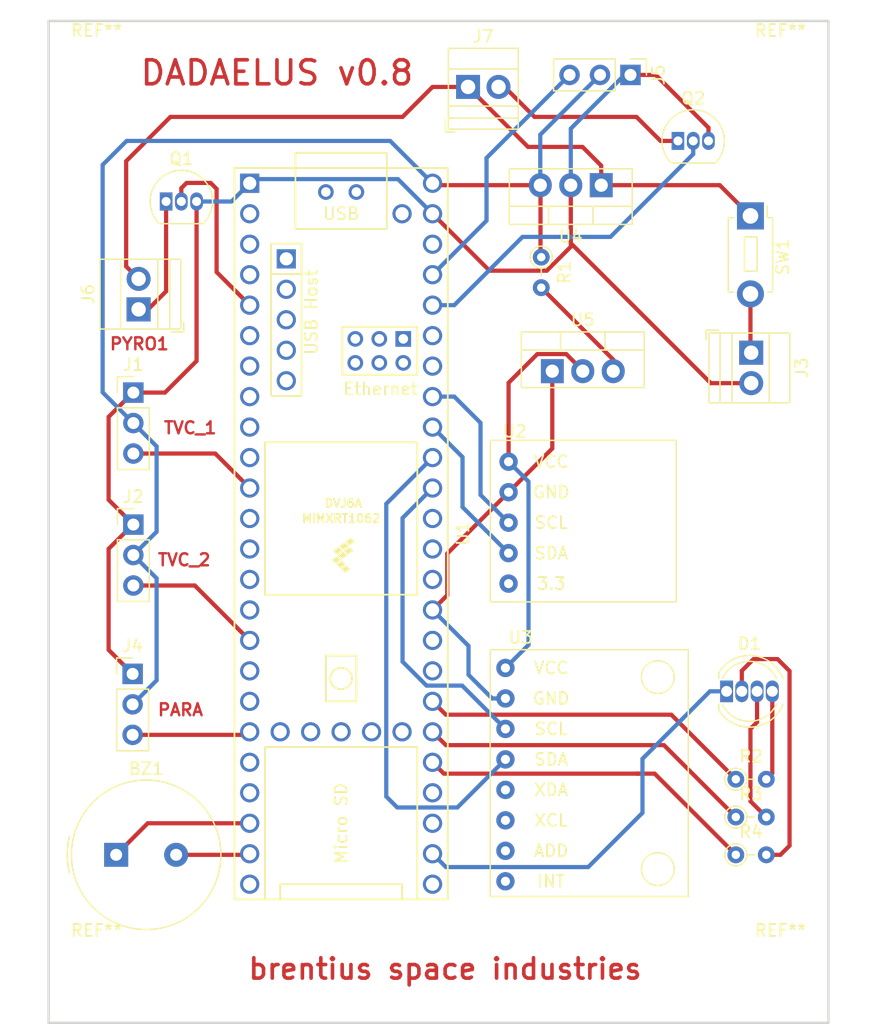
<source format=kicad_pcb>
(kicad_pcb (version 20240108) (generator "pcbnew") (generator_version "8.0")
  (layers (0 "F.Cu" signal) (31 "B.Cu" signal) (34 "B.Paste" user) (35 "F.Paste" user) (36 "B.SilkS" user "B.Silkscreen") (37 "F.SilkS" user "F.Silkscreen") (38 "B.Mask" user) (39 "F.Mask" user) (44 "Edge.Cuts" user))
  (net 0 "")
  (net 1 "Net-(U2-VCC)")
  (net 2 "Net-(D1-GK)")
  (net 3 "Net-(D1-BK)")
  (net 4 "GND")
  (net 5 "Net-(D1-RK)")
  (net 7 "Net-(D1-A)")
  (net 13 "Net-(U1-17_A3_TX4_SDA1)")
  (net 14 "Net-(BZ1--)")
  (net 15 "Net-(BZ1-+)")
  (net 16 "+9V")
  (net 39 "Net-(U2-GND)")
  (net 56 "Net-(J1-Pin_3)")
  (net 57 "Net-(J2-Pin_3)")
  (net 59 "Net-(U5-IN)")
  (net 60 "Net-(U1-18_A4_SDA)")
  (net 61 "Net-(U1-19_A5_SCL)")
  (net 62 "Net-(U1-39_MISO1_OUT1A)")
  (net 66 "Net-(U1-38_CS1_IN1)")
  (net 67 "Net-(U1-37_CS)")
  (net 68 "Net-(Q1-G)")
  (net 70 "Net-(U1-16_A2_RX4_SCL1)")
  (net 72 "Net-(J4-Pin_3)")
  (net 74 "Net-(J1-Pin_2)")
  (net 75 "Net-(J5-Pin_3)")
  (net 76 "Net-(J6-Pin_1)")
  (net 77 "Net-(J6-Pin_2)")
  (net 78 "Net-(J7-Pin_2)")
  (net 79 "Net-(Q2-G)")
  (net 80 "unconnected-(U1-4_BCLK2-Pad6)")
  (footprint "Package_TO_SOT_THT:TO-220-3_Vertical" (layer "F.Cu") (at 160.9816 87.19)
    (property "Reference" "U5" (at 2.54 -4.27 0) (layer "F.SilkS"))
    (property "Value" "LD1086V33-DG")
    (fp_line (start -2.58 -3.27) (end -2.58 1.371) (stroke (width 0.12)) (layer "F.SilkS"))
    (fp_line (start -2.58 -3.27) (end 7.66 -3.27) (stroke (width 0.12)) (layer "F.SilkS"))
    (fp_line (start -2.58 -1.76) (end 7.66 -1.76) (stroke (width 0.12)) (layer "F.SilkS"))
    (fp_line (start -2.58 1.371) (end 7.66 1.371) (stroke (width 0.12)) (layer "F.SilkS"))
    (fp_line (start 0.69 -3.27) (end 0.69 -1.76) (stroke (width 0.12)) (layer "F.SilkS"))
    (fp_line (start 4.391 -3.27) (end 4.391 -1.76) (stroke (width 0.12)) (layer "F.SilkS"))
    (fp_line (start 7.66 -3.27) (end 7.66 1.371) (stroke (width 0.12)) (layer "F.SilkS"))
    (pad "1" thru_hole rect (at 0 0) (size 1.905 2) (drill 1.1) (layers "*.Cu" "*.Mask") (net 39 "Net-(U2-GND)"))
    (pad "2" thru_hole oval (at 2.54 0) (size 1.905 2) (drill 1.1) (layers "*.Cu" "*.Mask") (net 1 "Net-(U2-VCC)"))
    (pad "3" thru_hole oval (at 5.08 0) (size 1.905 2) (drill 1.1) (layers "*.Cu" "*.Mask") (net 59 "Net-(U5-IN)"))
  )
  (footprint "TerminalBlock:TerminalBlock_Xinya_XY308-2.54-2P_1x02_P2.54mm_Horizontal" (layer "F.Cu") (at 153.96 63.5)
    (property "Reference" "J7" (at 1.27 -4.22 0) (layer "F.SilkS"))
    (property "Value" "Screw_Terminal_01x02")
    (fp_line (start -1.88 2.72) (end -1.88 3.76) (stroke (width 0.12)) (layer "F.SilkS"))
    (fp_line (start -1.88 3.76) (end -1.08 3.76) (stroke (width 0.12)) (layer "F.SilkS"))
    (fp_line (start -1.64 -3.22) (end -1.64 3.52) (stroke (width 0.12)) (layer "F.SilkS"))
    (fp_line (start -1.64 -3.22) (end 4.18 -3.22) (stroke (width 0.12)) (layer "F.SilkS"))
    (fp_line (start -1.64 -1.501) (end 4.18 -1.501) (stroke (width 0.12)) (layer "F.SilkS"))
    (fp_line (start -1.64 1.6) (end 4.18 1.6) (stroke (width 0.12)) (layer "F.SilkS"))
    (fp_line (start -1.64 2.6) (end 4.18 2.6) (stroke (width 0.12)) (layer "F.SilkS"))
    (fp_line (start -1.64 3.52) (end 4.18 3.52) (stroke (width 0.12)) (layer "F.SilkS"))
    (fp_line (start 4.18 -3.22) (end 4.18 3.52) (stroke (width 0.12)) (layer "F.SilkS"))
    (pad "1" thru_hole rect (at 0 0) (size 2 2) (drill 1.2) (layers "*.Cu" "*.Mask") (net 77 "Net-(J6-Pin_2)"))
    (pad "2" thru_hole circle (at 2.54 0) (size 2 2) (drill 1.2) (layers "*.Cu" "*.Mask") (net 78 "Net-(J7-Pin_2)"))
  )
  (footprint "Connector_PinHeader_2.54mm:PinHeader_1x03_P2.54mm_Vertical" (layer "F.Cu") (at 126.0616 88.975)
    (property "Reference" "J1" (at 0 -2.33 0) (layer "F.SilkS"))
    (property "Value" "Conn_01x03_Pin")
    (fp_line (start -1.33 -1.33) (end 0 -1.33) (stroke (width 0.12)) (layer "F.SilkS"))
    (fp_line (start -1.33 0) (end -1.33 -1.33) (stroke (width 0.12)) (layer "F.SilkS"))
    (fp_line (start -1.33 1.27) (end -1.33 6.41) (stroke (width 0.12)) (layer "F.SilkS"))
    (fp_line (start -1.33 1.27) (end 1.33 1.27) (stroke (width 0.12)) (layer "F.SilkS"))
    (fp_line (start -1.33 6.41) (end 1.33 6.41) (stroke (width 0.12)) (layer "F.SilkS"))
    (fp_line (start 1.33 1.27) (end 1.33 6.41) (stroke (width 0.12)) (layer "F.SilkS"))
    (pad "1" thru_hole rect (at 0 0) (size 1.7 1.7) (drill 1) (layers "*.Cu" "*.Mask") (net 4 "GND"))
    (pad "2" thru_hole oval (at 0 2.54) (size 1.7 1.7) (drill 1) (layers "*.Cu" "*.Mask") (net 74 "Net-(J1-Pin_2)"))
    (pad "3" thru_hole oval (at 0 5.08) (size 1.7 1.7) (drill 1) (layers "*.Cu" "*.Mask") (net 56 "Net-(J1-Pin_3)"))
  )
  (footprint "Connector_PinHeader_2.54mm:PinHeader_1x03_P2.54mm_Vertical" (layer "F.Cu") (at 126 112.42)
    (property "Reference" "J4" (at 0 -2.33 0) (layer "F.SilkS"))
    (property "Value" "Conn_01x03_Pin")
    (fp_line (start -1.33 -1.33) (end 0 -1.33) (stroke (width 0.12)) (layer "F.SilkS"))
    (fp_line (start -1.33 0) (end -1.33 -1.33) (stroke (width 0.12)) (layer "F.SilkS"))
    (fp_line (start -1.33 1.27) (end -1.33 6.41) (stroke (width 0.12)) (layer "F.SilkS"))
    (fp_line (start -1.33 1.27) (end 1.33 1.27) (stroke (width 0.12)) (layer "F.SilkS"))
    (fp_line (start -1.33 6.41) (end 1.33 6.41) (stroke (width 0.12)) (layer "F.SilkS"))
    (fp_line (start 1.33 1.27) (end 1.33 6.41) (stroke (width 0.12)) (layer "F.SilkS"))
    (pad "1" thru_hole rect (at 0 0) (size 1.7 1.7) (drill 1) (layers "*.Cu" "*.Mask") (net 4 "GND"))
    (pad "2" thru_hole oval (at 0 2.54) (size 1.7 1.7) (drill 1) (layers "*.Cu" "*.Mask") (net 74 "Net-(J1-Pin_2)"))
    (pad "3" thru_hole oval (at 0 5.08) (size 1.7 1.7) (drill 1) (layers "*.Cu" "*.Mask") (net 72 "Net-(J4-Pin_3)"))
  )
  (footprint "Button_Switch_THT:SW_PUSH_1P1T_6x3.5mm_H5.0_APEM_MJTP1250" (layer "F.Cu") (at 177.5 74.25 -90)
    (property "Reference" "SW1" (at 3.42 -2.7 -90) (layer "F.SilkS"))
    (property "Value" "SW_SPST")
    (fp_line (start 0.15 1.85) (end 6.35 1.85) (stroke (width 0.12)) (layer "F.SilkS"))
    (fp_line (start 0.15 1.39) (end 0.15 1.85) (stroke (width 0.12)) (layer "F.SilkS"))
    (fp_line (start 6.35 1.39) (end 6.35 1.85) (stroke (width 0.12)) (layer "F.SilkS"))
    (fp_line (start 0.15 -1.39) (end -0.85 -1.39) (stroke (width 0.12)) (layer "F.SilkS"))
    (fp_line (start 0.15 -1.85) (end 0.15 -1.39) (stroke (width 0.12)) (layer "F.SilkS"))
    (fp_line (start 6.35 -1.85) (end 6.35 -1.39) (stroke (width 0.12)) (layer "F.SilkS"))
    (fp_line (start 6.35 -1.85) (end 0.15 -1.85) (stroke (width 0.12)) (layer "F.SilkS"))
    (fp_rect (start 1.75 -0.55) (end 4.6 0.5) (stroke (width 0.12)) (fill none) (layer "F.SilkS"))
    (pad "1" thru_hole rect (at 0 0) (size 2.25 2.25) (drill 1.3) (layers "*.Cu" "*.Mask") (net 77 "Net-(J6-Pin_2)"))
    (pad "2" thru_hole circle (at 6.5 0) (size 2.25 2.25) (drill 1.3) (layers "*.Cu" "*.Mask") (net 16 "+9V"))
  )
  (footprint "Resistor_THT:R_Axial_DIN0204_L3.6mm_D1.6mm_P2.54mm_Vertical" (layer "F.Cu") (at 176.28 124.35)
    (property "Reference" "R3" (at 1.27 -1.92 0) (layer "F.SilkS"))
    (property "Value" "65")
    (fp_line (start 0.92 0) (end 1.54 0) (stroke (width 0.12)) (layer "F.SilkS"))
    (fp_circle (center 0 0) (end 0.92 0) (stroke (width 0.12)) (fill none) (layer "F.SilkS"))
    (pad "1" thru_hole circle (at 0 0) (size 1.4 1.4) (drill 0.7) (layers "*.Cu" "*.Mask") (net 66 "Net-(U1-38_CS1_IN1)"))
    (pad "2" thru_hole oval (at 2.54 0) (size 1.4 1.4) (drill 0.7) (layers "*.Cu" "*.Mask") (net 2 "Net-(D1-GK)"))
  )
  (footprint "Package_TO_SOT_THT:TO-220-3_Vertical" (layer "F.Cu") (at 165.0616 71.69 180)
    (property "Reference" "U4" (at 2.54 -4.27 180) (layer "F.SilkS"))
    (property "Value" "LM7805_TO220")
    (fp_line (start 7.66 -3.27) (end 7.66 1.371) (stroke (width 0.12)) (layer "F.SilkS"))
    (fp_line (start 4.391 -3.27) (end 4.391 -1.76) (stroke (width 0.12)) (layer "F.SilkS"))
    (fp_line (start 0.69 -3.27) (end 0.69 -1.76) (stroke (width 0.12)) (layer "F.SilkS"))
    (fp_line (start -2.58 1.371) (end 7.66 1.371) (stroke (width 0.12)) (layer "F.SilkS"))
    (fp_line (start -2.58 -1.76) (end 7.66 -1.76) (stroke (width 0.12)) (layer "F.SilkS"))
    (fp_line (start -2.58 -3.27) (end 7.66 -3.27) (stroke (width 0.12)) (layer "F.SilkS"))
    (fp_line (start -2.58 -3.27) (end -2.58 1.371) (stroke (width 0.12)) (layer "F.SilkS"))
    (pad "1" thru_hole rect (at 0 0 180) (size 1.905 2) (drill 1.1) (layers "*.Cu" "*.Mask") (net 77 "Net-(J6-Pin_2)"))
    (pad "2" thru_hole oval (at 2.54 0 180) (size 1.905 2) (drill 1.1) (layers "*.Cu" "*.Mask") (net 4 "GND"))
    (pad "3" thru_hole oval (at 5.08 0 180) (size 1.905 2) (drill 1.1) (layers "*.Cu" "*.Mask") (net 74 "Net-(J1-Pin_2)"))
  )
  (footprint "TerminalBlock:TerminalBlock_Xinya_XY308-2.54-2P_1x02_P2.54mm_Horizontal" (layer "F.Cu") (at 177.5616 85.65 -90)
    (property "Reference" "J3" (at 1.27 -4.22 90) (layer "F.SilkS"))
    (property "Value" "Screw_Terminal_01x02")
    (fp_line (start -1.88 3.76) (end -1.08 3.76) (stroke (width 0.12)) (layer "F.SilkS"))
    (fp_line (start -1.64 3.52) (end 4.18 3.52) (stroke (width 0.12)) (layer "F.SilkS"))
    (fp_line (start -1.88 2.72) (end -1.88 3.76) (stroke (width 0.12)) (layer "F.SilkS"))
    (fp_line (start -1.64 2.6) (end 4.18 2.6) (stroke (width 0.12)) (layer "F.SilkS"))
    (fp_line (start -1.64 1.6) (end 4.18 1.6) (stroke (width 0.12)) (layer "F.SilkS"))
    (fp_line (start -1.64 -1.501) (end 4.18 -1.501) (stroke (width 0.12)) (layer "F.SilkS"))
    (fp_line (start -1.64 -3.22) (end -1.64 3.52) (stroke (width 0.12)) (layer "F.SilkS"))
    (fp_line (start -1.64 -3.22) (end 4.18 -3.22) (stroke (width 0.12)) (layer "F.SilkS"))
    (fp_line (start 4.18 -3.22) (end 4.18 3.52) (stroke (width 0.12)) (layer "F.SilkS"))
    (pad "1" thru_hole rect (at 0 0 270) (size 2 2) (drill 1.2) (layers "*.Cu" "*.Mask") (net 16 "+9V"))
    (pad "2" thru_hole circle (at 2.54 0 270) (size 2 2) (drill 1.2) (layers "*.Cu" "*.Mask") (net 4 "GND"))
  )
  (footprint "Connector_PinHeader_2.54mm:PinHeader_1x03_P2.54mm_Vertical" (layer "F.Cu") (at 126.0616 99.975)
    (property "Reference" "J2" (at 0 -2.33 0) (layer "F.SilkS"))
    (property "Value" "Conn_01x03_Pin")
    (fp_line (start -1.33 -1.33) (end 0 -1.33) (stroke (width 0.12)) (layer "F.SilkS"))
    (fp_line (start -1.33 0) (end -1.33 -1.33) (stroke (width 0.12)) (layer "F.SilkS"))
    (fp_line (start -1.33 1.27) (end -1.33 6.41) (stroke (width 0.12)) (layer "F.SilkS"))
    (fp_line (start -1.33 1.27) (end 1.33 1.27) (stroke (width 0.12)) (layer "F.SilkS"))
    (fp_line (start -1.33 6.41) (end 1.33 6.41) (stroke (width 0.12)) (layer "F.SilkS"))
    (fp_line (start 1.33 1.27) (end 1.33 6.41) (stroke (width 0.12)) (layer "F.SilkS"))
    (pad "1" thru_hole rect (at 0 0) (size 1.7 1.7) (drill 1) (layers "*.Cu" "*.Mask") (net 4 "GND"))
    (pad "2" thru_hole oval (at 0 2.54) (size 1.7 1.7) (drill 1) (layers "*.Cu" "*.Mask") (net 74 "Net-(J1-Pin_2)"))
    (pad "3" thru_hole oval (at 0 5.08) (size 1.7 1.7) (drill 1) (layers "*.Cu" "*.Mask") (net 57 "Net-(J2-Pin_3)"))
  )
  (footprint "Package_TO_SOT_THT:TO-92_Inline" (layer "F.Cu") (at 171.46 68)
    (property "Reference" "Q2" (at 1.27 -3.56 0) (layer "F.SilkS"))
    (property "Value" "BS108")
    (fp_line (start -0.53 1.85) (end 3.07 1.85) (stroke (width 0.12)) (layer "F.SilkS"))
    (fp_arc (start -0.568478 1.838478) (mid -1.132087 -0.994977) (end 1.27 -2.6) (stroke (width 0.12)) (layer "F.SilkS"))
    (fp_arc (start 1.27 -2.6) (mid 3.672087 -0.994977) (end 3.108478 1.838478) (stroke (width 0.12)) (layer "F.SilkS"))
    (pad "1" thru_hole rect (at 0 0) (size 1.05 1.5) (drill 0.75) (layers "*.Cu" "*.Mask") (net 78 "Net-(J7-Pin_2)"))
    (pad "2" thru_hole oval (at 1.27 0) (size 1.05 1.5) (drill 0.75) (layers "*.Cu" "*.Mask") (net 79 "Net-(Q2-G)"))
    (pad "3" thru_hole oval (at 2.54 0) (size 1.05 1.5) (drill 0.75) (layers "*.Cu" "*.Mask") (net 4 "GND"))
  )
  (footprint "MountingHole:MountingHole_2.1mm" (layer "F.Cu") (at 123 137)
    (property "Reference" "REF**" (at 0 -3.2 0) (layer "F.SilkS"))
    (property "Value" "MountingHole_2.1mm")
    (pad "" np_thru_hole circle (at 0 0) (size 2.1 2.1) (drill 2.1) (layers "F&B.Cu" "*.Mask"))
  )
  (footprint "LED_THT:LED_D5.0mm-4_RGB" (layer "F.Cu") (at 175.51 113.875)
    (property "Reference" "D1" (at 1.905 -3.96 0) (layer "F.SilkS"))
    (property "Value" "LED_ABGR")
    (fp_line (start -0.655 -1.545) (end -0.655 -1.08) (stroke (width 0.12)) (layer "F.SilkS"))
    (fp_line (start -0.655 1.08) (end -0.655 1.545) (stroke (width 0.12)) (layer "F.SilkS"))
    (fp_arc (start -0.655 -1.54483) (mid 2.163456 -2.978809) (end 4.692815 -1.080827) (stroke (width 0.12)) (layer "F.SilkS"))
    (fp_arc (start -0.349684 -1.08) (mid 1.904762 -2.5) (end 4.159479 -1.080429) (stroke (width 0.12)) (layer "F.SilkS"))
    (fp_arc (start 4.159479 1.080429) (mid 1.904762 2.5) (end -0.349684 1.08) (stroke (width 0.12)) (layer "F.SilkS"))
    (fp_arc (start 4.692815 1.080827) (mid 2.163456 2.978808) (end -0.655 1.54483) (stroke (width 0.12)) (layer "F.SilkS"))
    (pad "1" thru_hole rect (at 0 0) (size 1.07 1.8) (drill 0.9) (layers "*.Cu" "*.Mask") (net 7 "Net-(D1-A)"))
    (pad "2" thru_hole oval (at 1.27 0) (size 1.07 1.8) (drill 0.9) (layers "*.Cu" "*.Mask") (net 3 "Net-(D1-BK)"))
    (pad "3" thru_hole oval (at 2.54 0) (size 1.07 1.8) (drill 0.9) (layers "*.Cu" "*.Mask") (net 2 "Net-(D1-GK)"))
    (pad "4" thru_hole oval (at 3.81 0) (size 1.07 1.8) (drill 0.9) (layers "*.Cu" "*.Mask") (net 5 "Net-(D1-RK)"))
  )
  (footprint "Connector_PinHeader_2.54mm:PinHeader_1x03_P2.54mm_Vertical" (layer "F.Cu") (at 167.5 62.5 -90)
    (property "Reference" "J5" (at 0 -2.33 90) (layer "F.SilkS"))
    (property "Value" "Conn_01x03_Pin")
    (fp_line (start -1.33 6.41) (end 1.33 6.41) (stroke (width 0.12)) (layer "F.SilkS"))
    (fp_line (start -1.33 1.27) (end -1.33 6.41) (stroke (width 0.12)) (layer "F.SilkS"))
    (fp_line (start -1.33 1.27) (end 1.33 1.27) (stroke (width 0.12)) (layer "F.SilkS"))
    (fp_line (start 1.33 1.27) (end 1.33 6.41) (stroke (width 0.12)) (layer "F.SilkS"))
    (fp_line (start -1.33 0) (end -1.33 -1.33) (stroke (width 0.12)) (layer "F.SilkS"))
    (fp_line (start -1.33 -1.33) (end 0 -1.33) (stroke (width 0.12)) (layer "F.SilkS"))
    (pad "1" thru_hole rect (at 0 0 270) (size 1.7 1.7) (drill 1) (layers "*.Cu" "*.Mask") (net 4 "GND"))
    (pad "2" thru_hole oval (at 0 2.54 270) (size 1.7 1.7) (drill 1) (layers "*.Cu" "*.Mask") (net 74 "Net-(J1-Pin_2)"))
    (pad "3" thru_hole oval (at 0 5.08 270) (size 1.7 1.7) (drill 1) (layers "*.Cu" "*.Mask") (net 75 "Net-(J5-Pin_3)"))
  )
  (footprint "1_custom_lib:Teensy_4.1" (layer "F.Cu") (at 143.38 100.74 -90)
    (property "Reference" "U1" (at 0 -10.16 90) (layer "F.SilkS"))
    (property "Value" "Teensy4.1")
    (fp_line (start -30.48 8.89) (end -30.48 -8.89) (stroke (width 0.15)) (layer "F.SilkS"))
    (fp_line (start 30.48 8.89) (end -30.48 8.89) (stroke (width 0.15)) (layer "F.SilkS"))
    (fp_line (start -7.62 6.35) (end 5.08 6.35) (stroke (width 0.15)) (layer "F.SilkS"))
    (fp_line (start 5.08 6.35) (end 5.08 -6.35) (stroke (width 0.15)) (layer "F.SilkS"))
    (fp_line (start 17.78 6.35) (end 30.48 6.35) (stroke (width 0.15)) (layer "F.SilkS"))
    (fp_line (start -24.1808 5.8392) (end -24.1808 3.2992) (stroke (width 0.15)) (layer "F.SilkS"))
    (fp_line (start -11.4808 5.8392) (end -24.1808 5.8392) (stroke (width 0.15)) (layer "F.SilkS"))
    (fp_line (start 29.21 5.08) (end 30.48 5.08) (stroke (width 0.15)) (layer "F.SilkS"))
    (fp_line (start -31.75 3.81) (end -31.75 -3.81) (stroke (width 0.15)) (layer "F.SilkS"))
    (fp_line (start -30.48 3.81) (end -31.75 3.81) (stroke (width 0.15)) (layer "F.SilkS"))
    (fp_line (start -25.4 3.81) (end -30.48 3.81) (stroke (width 0.15)) (layer "F.SilkS"))
    (fp_line (start -25.4 3.81) (end -25.4 -3.81) (stroke (width 0.15)) (layer "F.SilkS"))
    (fp_line (start -24.1808 3.2992) (end -21.6408 3.2992) (stroke (width 0.15)) (layer "F.SilkS"))
    (fp_line (start -24.1808 3.2992) (end -11.4808 3.2992) (stroke (width 0.15)) (layer "F.SilkS"))
    (fp_line (start -21.6408 3.2992) (end -21.6408 5.8392) (stroke (width 0.15)) (layer "F.SilkS"))
    (fp_line (start -11.4808 3.2992) (end -11.4808 5.8392) (stroke (width 0.15)) (layer "F.SilkS"))
    (fp_line (start 10.16 1.27) (end 10.16 -1.27) (stroke (width 0.15)) (layer "F.SilkS"))
    (fp_line (start 13.97 1.27) (end 10.16 1.27) (stroke (width 0.15)) (layer "F.SilkS"))
    (fp_line (start -17.25 -0.1016) (end -13.25 -0.1016) (stroke (width 0.15)) (layer "F.SilkS"))
    (fp_line (start -13.25 -0.1016) (end -13.25 -6.3516) (stroke (width 0.15)) (layer "F.SilkS"))
    (fp_line (start 10.16 -1.27) (end 13.97 -1.27) (stroke (width 0.15)) (layer "F.SilkS"))
    (fp_line (start 13.97 -1.27) (end 13.97 1.27) (stroke (width 0.15)) (layer "F.SilkS"))
    (fp_line (start -31.75 -3.81) (end -30.48 -3.81) (stroke (width 0.15)) (layer "F.SilkS"))
    (fp_line (start -25.4 -3.81) (end -30.48 -3.81) (stroke (width 0.15)) (layer "F.SilkS"))
    (fp_line (start 29.21 -5.08) (end 29.21 5.08) (stroke (width 0.15)) (layer "F.SilkS"))
    (fp_line (start 30.48 -5.08) (end 29.21 -5.08) (stroke (width 0.15)) (layer "F.SilkS"))
    (fp_line (start -17.25 -6.1016) (end -17.25 -0.1016) (stroke (width 0.15)) (layer "F.SilkS"))
    (fp_line (start -7.62 -6.35) (end -7.62 6.35) (stroke (width 0.15)) (layer "F.SilkS"))
    (fp_line (start 5.08 -6.35) (end -7.62 -6.35) (stroke (width 0.15)) (layer "F.SilkS"))
    (fp_line (start 17.78 -6.35) (end 17.78 6.35) (stroke (width 0.15)) (layer "F.SilkS"))
    (fp_line (start 30.48 -6.35) (end 17.78 -6.35) (stroke (width 0.15)) (layer "F.SilkS"))
    (fp_line (start -17.25 -6.3516) (end -17.25 -6.1016) (stroke (width 0.15)) (layer "F.SilkS"))
    (fp_line (start -13.25 -6.3516) (end -17.25 -6.3516) (stroke (width 0.15)) (layer "F.SilkS"))
    (fp_line (start -30.48 -8.89) (end 30.48 -8.89) (stroke (width 0.15)) (layer "F.SilkS"))
    (fp_line (start 30.48 -8.89) (end 30.48 8.89) (stroke (width 0.15)) (layer "F.SilkS"))
    (fp_circle (center 12.065 0) (end 12.7 -0.635) (stroke (width 0.15)) (fill none) (layer "F.SilkS"))
    (fp_poly (pts (xy 2.435 0.455) (xy 2.181 0.709) (xy 1.927 0.328) (xy 2.181 0.074)) (stroke (width 0.1)) (fill solid) (layer "F.SilkS"))
    (fp_poly (pts (xy 1.673 0.328) (xy 1.419 0.582) (xy 1.165 0.201) (xy 1.419 -0.053)) (stroke (width 0.1)) (fill solid) (layer "F.SilkS"))
    (fp_poly (pts (xy 2.816 0.074) (xy 2.562 0.328) (xy 2.308 -0.053) (xy 2.562 -0.307)) (stroke (width 0.1)) (fill solid) (layer "F.SilkS"))
    (fp_poly (pts (xy 2.054 -0.053) (xy 1.8 0.201) (xy 1.546 -0.18) (xy 1.8 -0.434)) (stroke (width 0.1)) (fill solid) (layer "F.SilkS"))
    (fp_poly (pts (xy 1.292 -0.18) (xy 1.038 0.074) (xy 0.784 -0.307) (xy 1.038 -0.561)) (stroke (width 0.1)) (fill solid) (layer "F.SilkS"))
    (fp_poly (pts (xy 3.197 -0.307) (xy 2.943 -0.053) (xy 2.689 -0.434) (xy 2.943 -0.688)) (stroke (width 0.1)) (fill solid) (layer "F.SilkS"))
    (fp_poly (pts (xy 1.673 -0.561) (xy 1.419 -0.307) (xy 1.165 -0.688) (xy 1.419 -0.942)) (stroke (width 0.1)) (fill solid) (layer "F.SilkS"))
    (fp_poly (pts (xy 0.911 -0.688) (xy 0.657 -0.434) (xy 0.403 -0.815) (xy 0.657 -1.069)) (stroke (width 0.1)) (fill solid) (layer "F.SilkS"))
    (fp_text user "MIMXRT1062" (at -1.27 0 180) (layer "F.SilkS") (effects (font (size 0.7 0.7))))
    (fp_text user "Ethernet" (at -12.065 -3.2766 180) (layer "F.SilkS"))
    (fp_text user "USB" (at -26.67 0 180) (layer "F.SilkS"))
    (fp_text user "DVJ6A" (at -2.54 -0.18 180) (layer "F.SilkS") (effects (font (size 0.7 0.7))))
    (fp_text user "Micro SD" (at 24.13 0 90) (layer "F.SilkS"))
    (fp_text user "USB Host" (at -18.4658 2.4892 90) (layer "F.SilkS"))
    (pad "1" thru_hole rect (at -29.21 7.62 270) (size 1.6 1.6) (drill 1.1) (layers "*.Cu" "*.Mask") (net 4 "GND"))
    (pad "2" thru_hole circle (at -26.67 7.62 270) (size 1.6 1.6) (drill 1.1) (layers "*.Cu" "*.Mask"))
    (pad "3" thru_hole circle (at -24.13 7.62 270) (size 1.6 1.6) (drill 1.1) (layers "*.Cu" "*.Mask"))
    (pad "4" thru_hole circle (at -21.59 7.62 270) (size 1.6 1.6) (drill 1.1) (layers "*.Cu" "*.Mask"))
    (pad "5" thru_hole circle (at -19.05 7.62 270) (size 1.6 1.6) (drill 1.1) (layers "*.Cu" "*.Mask") (net 68 "Net-(Q1-G)"))
    (pad "6" thru_hole circle (at -16.51 7.62 270) (size 1.6 1.6) (drill 1.1) (layers "*.Cu" "*.Mask") (net 80 "unconnected-(U1-4_BCLK2-Pad6)"))
    (pad "7" thru_hole circle (at -13.97 7.62 270) (size 1.6 1.6) (drill 1.1) (layers "*.Cu" "*.Mask"))
    (pad "8" thru_hole circle (at -11.43 7.62 270) (size 1.6 1.6) (drill 1.1) (layers "*.Cu" "*.Mask"))
    (pad "9" thru_hole circle (at -8.89 7.62 270) (size 1.6 1.6) (drill 1.1) (layers "*.Cu" "*.Mask"))
    (pad "10" thru_hole circle (at -6.35 7.62 270) (size 1.6 1.6) (drill 1.1) (layers "*.Cu" "*.Mask"))
    (pad "11" thru_hole circle (at -3.81 7.62 270) (size 1.6 1.6) (drill 1.1) (layers "*.Cu" "*.Mask") (net 56 "Net-(J1-Pin_3)"))
    (pad "12" thru_hole circle (at -1.27 7.62 270) (size 1.6 1.6) (drill 1.1) (layers "*.Cu" "*.Mask"))
    (pad "13" thru_hole circle (at 1.27 7.62 270) (size 1.6 1.6) (drill 1.1) (layers "*.Cu" "*.Mask"))
    (pad "14" thru_hole circle (at 3.81 7.62 270) (size 1.6 1.6) (drill 1.1) (layers "*.Cu" "*.Mask"))
    (pad "15" thru_hole circle (at 6.35 7.62 270) (size 1.6 1.6) (drill 1.1) (layers "*.Cu" "*.Mask"))
    (pad "16" thru_hole circle (at 8.89 7.62 270) (size 1.6 1.6) (drill 1.1) (layers "*.Cu" "*.Mask") (net 57 "Net-(J2-Pin_3)"))
    (pad "17" thru_hole circle (at 11.43 7.62 270) (size 1.6 1.6) (drill 1.1) (layers "*.Cu" "*.Mask"))
    (pad "18" thru_hole circle (at 13.97 7.62 270) (size 1.6 1.6) (drill 1.1) (layers "*.Cu" "*.Mask"))
    (pad "19" thru_hole circle (at 16.51 7.62 270) (size 1.6 1.6) (drill 1.1) (layers "*.Cu" "*.Mask") (net 72 "Net-(J4-Pin_3)"))
    (pad "20" thru_hole circle (at 19.05 7.62 270) (size 1.6 1.6) (drill 1.1) (layers "*.Cu" "*.Mask"))
    (pad "21" thru_hole circle (at 21.59 7.62 270) (size 1.6 1.6) (drill 1.1) (layers "*.Cu" "*.Mask"))
    (pad "22" thru_hole circle (at 24.13 7.62 270) (size 1.6 1.6) (drill 1.1) (layers "*.Cu" "*.Mask") (net 15 "Net-(BZ1-+)"))
    (pad "23" thru_hole circle (at 26.67 7.62 270) (size 1.6 1.6) (drill 1.1) (layers "*.Cu" "*.Mask") (net 14 "Net-(BZ1--)"))
    (pad "24" thru_hole circle (at 29.21 7.62 270) (size 1.6 1.6) (drill 1.1) (layers "*.Cu" "*.Mask"))
    (pad "25" thru_hole circle (at 29.21 -7.62 270) (size 1.6 1.6) (drill 1.1) (layers "*.Cu" "*.Mask"))
    (pad "26" thru_hole circle (at 26.67 -7.62 270) (size 1.6 1.6) (drill 1.1) (layers "*.Cu" "*.Mask") (net 7 "Net-(D1-A)"))
    (pad "27" thru_hole circle (at 24.13 -7.62 270) (size 1.6 1.6) (drill 1.1) (layers "*.Cu" "*.Mask"))
    (pad "28" thru_hole circle (at 21.59 -7.62 270) (size 1.6 1.6) (drill 1.1) (layers "*.Cu" "*.Mask"))
    (pad "29" thru_hole circle (at 19.05 -7.62 270) (size 1.6 1.6) (drill 1.1) (layers "*.Cu" "*.Mask") (net 67 "Net-(U1-37_CS)"))
    (pad "30" thru_hole circle (at 16.51 -7.62 270) (size 1.6 1.6) (drill 1.1) (layers "*.Cu" "*.Mask") (net 66 "Net-(U1-38_CS1_IN1)"))
    (pad "31" thru_hole circle (at 13.97 -7.62 270) (size 1.6 1.6) (drill 1.1) (layers "*.Cu" "*.Mask") (net 62 "Net-(U1-39_MISO1_OUT1A)"))
    (pad "32" thru_hole circle (at 11.43 -7.62 270) (size 1.6 1.6) (drill 1.1) (layers "*.Cu" "*.Mask"))
    (pad "33" thru_hole circle (at 8.89 -7.62 270) (size 1.6 1.6) (drill 1.1) (layers "*.Cu" "*.Mask"))
    (pad "34" thru_hole circle (at 6.35 -7.62 270) (size 1.6 1.6) (drill 1.1) (layers "*.Cu" "*.Mask") (net 39 "Net-(U2-GND)"))
    (pad "35" thru_hole circle (at 3.81 -7.62 270) (size 1.6 1.6) (drill 1.1) (layers "*.Cu" "*.Mask"))
    (pad "36" thru_hole circle (at 1.27 -7.62 270) (size 1.6 1.6) (drill 1.1) (layers "*.Cu" "*.Mask"))
    (pad "37" thru_hole circle (at -1.27 -7.62 270) (size 1.6 1.6) (drill 1.1) (layers "*.Cu" "*.Mask"))
    (pad "38" thru_hole circle (at -3.81 -7.62 270) (size 1.6 1.6) (drill 1.1) (layers "*.Cu" "*.Mask") (net 70 "Net-(U1-16_A2_RX4_SCL1)"))
    (pad "39" thru_hole circle (at -6.35 -7.62 270) (size 1.6 1.6) (drill 1.1) (layers "*.Cu" "*.Mask") (net 13 "Net-(U1-17_A3_TX4_SDA1)"))
    (pad "40" thru_hole circle (at -8.89 -7.62 270) (size 1.6 1.6) (drill 1.1) (layers "*.Cu" "*.Mask") (net 60 "Net-(U1-18_A4_SDA)"))
    (pad "41" thru_hole circle (at -11.43 -7.62 270) (size 1.6 1.6) (drill 1.1) (layers "*.Cu" "*.Mask") (net 61 "Net-(U1-19_A5_SCL)"))
    (pad "42" thru_hole circle (at -13.97 -7.62 270) (size 1.6 1.6) (drill 1.1) (layers "*.Cu" "*.Mask"))
    (pad "43" thru_hole circle (at -16.51 -7.62 270) (size 1.6 1.6) (drill 1.1) (layers "*.Cu" "*.Mask"))
    (pad "44" thru_hole circle (at -19.05 -7.62 270) (size 1.6 1.6) (drill 1.1) (layers "*.Cu" "*.Mask") (net 79 "Net-(Q2-G)"))
    (pad "45" thru_hole circle (at -21.59 -7.62 270) (size 1.6 1.6) (drill 1.1) (layers "*.Cu" "*.Mask") (net 75 "Net-(J5-Pin_3)"))
    (pad "46" thru_hole circle (at -24.13 -7.62 270) (size 1.6 1.6) (drill 1.1) (layers "*.Cu" "*.Mask"))
    (pad "47" thru_hole circle (at -26.67 -7.62 270) (size 1.6 1.6) (drill 1.1) (layers "*.Cu" "*.Mask") (net 4 "GND"))
    (pad "48" thru_hole circle (at -29.21 -7.62 270) (size 1.6 1.6) (drill 1.1) (layers "*.Cu" "*.Mask") (net 74 "Net-(J1-Pin_2)"))
    (pad "49" thru_hole circle (at -26.67 -5.08 270) (size 1.6 1.6) (drill 1.1) (layers "*.Cu" "*.Mask"))
    (pad "50" thru_hole circle (at 16.51 5.08 270) (size 1.6 1.6) (drill 1.1) (layers "*.Cu" "*.Mask"))
    (pad "51" thru_hole circle (at 16.51 2.54 270) (size 1.6 1.6) (drill 1.1) (layers "*.Cu" "*.Mask"))
    (pad "52" thru_hole circle (at 16.51 0 270) (size 1.6 1.6) (drill 1.1) (layers "*.Cu" "*.Mask"))
    (pad "53" thru_hole circle (at 16.51 -2.54 270) (size 1.6 1.6) (drill 1.1) (layers "*.Cu" "*.Mask"))
    (pad "54" thru_hole circle (at 16.51 -5.08 270) (size 1.6 1.6) (drill 1.1) (layers "*.Cu" "*.Mask"))
    (pad "55" thru_hole rect (at -22.9108 4.5692 270) (size 1.6 1.6) (drill 1.1) (layers "*.Cu" "*.Mask"))
    (pad "56" thru_hole circle (at -20.3708 4.5692 270) (size 1.6 1.6) (drill 1.1) (layers "*.Cu" "*.Mask"))
    (pad "57" thru_hole circle (at -17.8308 4.5692 270) (size 1.6 1.6) (drill 1.1) (layers "*.Cu" "*.Mask"))
    (pad "58" thru_hole circle (at -15.2908 4.5692 270) (size 1.6 1.6) (drill 1.1) (layers "*.Cu" "*.Mask"))
    (pad "59" thru_hole circle (at -12.7508 4.5692 270) (size 1.6 1.6) (drill 1.1) (layers "*.Cu" "*.Mask"))
    (pad "60" thru_hole rect (at -16.24 -5.1816 270) (size 1.3 1.3) (drill 0.8) (layers "*.Cu" "*.Mask"))
    (pad "61" thru_hole circle (at -16.24 -3.1816 270) (size 1.3 1.3) (drill 0.8) (layers "*.Cu" "*.Mask"))
    (pad "62" thru_hole circle (at -16.24 -1.1816 270) (size 1.3 1.3) (drill 0.8) (layers "*.Cu" "*.Mask"))
    (pad "63" thru_hole circle (at -14.24 -1.1816 270) (size 1.3 1.3) (drill 0.8) (layers "*.Cu" "*.Mask"))
    (pad "64" thru_hole circle (at -14.24 -3.1816 270) (size 1.3 1.3) (drill 0.8) (layers "*.Cu" "*.Mask"))
    (pad "65" thru_hole circle (at -14.24 -5.1816 270) (size 1.3 1.3) (drill 0.8) (layers "*.Cu" "*.Mask"))
    (pad "66" thru_hole circle (at -28.48 -1.27 270) (size 1.3 1.3) (drill 0.8) (layers "*.Cu" "*.Mask"))
    (pad "67" thru_hole circle (at -28.48 1.27 270) (size 1.3 1.3) (drill 0.8) (layers "*.Cu" "*.Mask"))
  )
  (footprint "MountingHole:MountingHole_2.1mm" (layer "F.Cu") (at 180 62)
    (property "Reference" "REF**" (at 0 -3.2 0) (layer "F.SilkS"))
    (property "Value" "MountingHole_2.1mm")
    (pad "" np_thru_hole circle (at 0 0) (size 2.1 2.1) (drill 2.1) (layers "*.Cu" "*.Mask"))
  )
  (footprint "Resistor_THT:R_Axial_DIN0204_L3.6mm_D1.6mm_P2.54mm_Vertical" (layer "F.Cu") (at 160.0616 77.69 -90)
    (property "Reference" "R1" (at 1.27 -1.92 90) (layer "F.SilkS"))
    (property "Value" "10")
    (fp_line (start 0.92 0) (end 1.54 0) (stroke (width 0.12)) (layer "F.SilkS"))
    (fp_circle (center 0 0) (end 0.92 0) (stroke (width 0.12)) (fill none) (layer "F.SilkS"))
    (pad "1" thru_hole circle (at 0 0 270) (size 1.4 1.4) (drill 0.7) (layers "*.Cu" "*.Mask") (net 74 "Net-(J1-Pin_2)"))
    (pad "2" thru_hole oval (at 2.54 0 270) (size 1.4 1.4) (drill 0.7) (layers "*.Cu" "*.Mask") (net 59 "Net-(U5-IN)"))
  )
  (footprint "Buzzer_Beeper:Buzzer_TDK_PS1240P02BT_D12.2mm_H6.5mm" (layer "F.Cu") (at 124.629216 127.5)
    (property "Reference" "BZ1" (at 2.5 -7.17 0) (layer "F.SilkS"))
    (property "Value" "Buzzer")
    (fp_arc (start -3.9 1.499999) (mid -4.073431 0) (end -3.9 -1.5) (stroke (width 0.12)) (layer "F.SilkS"))
    (fp_circle (center 2.5 0) (end 8.73 0) (stroke (width 0.12)) (fill none) (layer "F.SilkS"))
    (pad "1" thru_hole rect (at 0 0) (size 2 2) (drill 1) (layers "*.Cu" "*.Mask") (net 15 "Net-(BZ1-+)"))
    (pad "2" thru_hole circle (at 5 0) (size 2 2) (drill 1) (layers "*.Cu" "*.Mask") (net 14 "Net-(BZ1--)"))
  )
  (footprint "MountingHole:MountingHole_2.1mm" (layer "F.Cu") (at 180 137)
    (property "Reference" "REF**" (at 0 -3.2 0) (layer "F.SilkS"))
    (property "Value" "MountingHole_2.1mm")
    (pad "" np_thru_hole circle (at 0 0) (size 2.1 2.1) (drill 2.1) (layers "F&B.Cu" "*.Mask"))
  )
  (footprint "1_custom_lib:module_bmp180" (layer "F.Cu") (at 157.3386 104.897)
    (property "Reference" "U2" (at 0.508 -12.7 0) (layer "F.SilkS"))
    (property "Value" "module_bmp180")
    (fp_line (start -1.524 -11.938) (end 13.97 -11.938) (stroke (width 0.12)) (layer "F.SilkS"))
    (fp_line (start -1.524 1.524) (end -1.524 -11.938) (stroke (width 0.12)) (layer "F.SilkS"))
    (fp_line (start 13.97 -11.938) (end 13.97 1.524) (stroke (width 0.12)) (layer "F.SilkS"))
    (fp_line (start 13.97 1.524) (end -1.524 1.524) (stroke (width 0.12)) (layer "F.SilkS"))
    (fp_text user "VCC" (at 3.556 -10.16 0) (layer "F.SilkS"))
    (fp_text user "SDA" (at 3.556 -2.54 0) (layer "F.SilkS"))
    (fp_text user "GND" (at 3.556 -7.62 0) (layer "F.SilkS"))
    (fp_text user "SCL" (at 3.556 -5.08 0) (layer "F.SilkS"))
    (fp_text user "3.3" (at 3.556 0 0) (layer "F.SilkS"))
    (pad "1" thru_hole circle (at 0 -10.16) (size 1.524 1.524) (drill 0.762) (layers "*.Cu" "*.Mask") (net 1 "Net-(U2-VCC)"))
    (pad "2" thru_hole circle (at 0 -7.62) (size 1.524 1.524) (drill 0.762) (layers "*.Cu" "*.Mask") (net 39 "Net-(U2-GND)"))
    (pad "3" thru_hole circle (at 0 -5.08) (size 1.524 1.524) (drill 0.762) (layers "*.Cu" "*.Mask") (net 61 "Net-(U1-19_A5_SCL)"))
    (pad "4" thru_hole circle (at 0 -2.54) (size 1.524 1.524) (drill 0.762) (layers "*.Cu" "*.Mask") (net 60 "Net-(U1-18_A4_SDA)"))
    (pad "5" thru_hole circle (at 0 0) (size 1.524 1.524) (drill 0.762) (layers "*.Cu" "*.Mask"))
  )
  (footprint "Package_TO_SOT_THT:TO-92_Inline" (layer "F.Cu") (at 128.7916 73.05)
    (property "Reference" "Q1" (at 1.27 -3.56 0) (layer "F.SilkS"))
    (property "Value" "BS108")
    (fp_line (start -0.53 1.85) (end 3.07 1.85) (stroke (width 0.12)) (layer "F.SilkS"))
    (fp_arc (start -0.568478 1.838478) (mid -1.132087 -0.994977) (end 1.27 -2.6) (stroke (width 0.12)) (layer "F.SilkS"))
    (fp_arc (start 1.27 -2.6) (mid 3.672087 -0.994977) (end 3.108478 1.838478) (stroke (width 0.12)) (layer "F.SilkS"))
    (pad "1" thru_hole rect (at 0 0) (size 1.05 1.5) (drill 0.75) (layers "*.Cu" "*.Mask") (net 76 "Net-(J6-Pin_1)"))
    (pad "2" thru_hole oval (at 1.27 0) (size 1.05 1.5) (drill 0.75) (layers "*.Cu" "*.Mask") (net 68 "Net-(Q1-G)"))
    (pad "3" thru_hole oval (at 2.54 0) (size 1.05 1.5) (drill 0.75) (layers "*.Cu" "*.Mask") (net 4 "GND"))
  )
  (footprint "MountingHole:MountingHole_2.1mm" (layer "F.Cu") (at 123 62)
    (property "Reference" "REF**" (at 0 -3.2 0) (layer "F.SilkS"))
    (property "Value" "MountingHole_2.1mm")
    (pad "" np_thru_hole circle (at 0 0) (size 2.1 2.1) (drill 2.1) (layers "*.Cu" "*.Mask"))
  )
  (footprint "Resistor_THT:R_Axial_DIN0204_L3.6mm_D1.6mm_P2.54mm_Vertical" (layer "F.Cu") (at 176.28 127.5)
    (property "Reference" "R4" (at 1.27 -1.92 0) (layer "F.SilkS"))
    (property "Value" "15")
    (fp_line (start 0.92 0) (end 1.54 0) (stroke (width 0.12)) (layer "F.SilkS"))
    (fp_circle (center 0 0) (end 0.92 0) (stroke (width 0.12)) (fill none) (layer "F.SilkS"))
    (pad "1" thru_hole circle (at 0 0) (size 1.4 1.4) (drill 0.7) (layers "*.Cu" "*.Mask") (net 67 "Net-(U1-37_CS)"))
    (pad "2" thru_hole oval (at 2.54 0) (size 1.4 1.4) (drill 0.7) (layers "*.Cu" "*.Mask") (net 3 "Net-(D1-BK)"))
  )
  (footprint "1_custom_lib:module_mpu6050" (layer "F.Cu") (at 157.0766 129.707)
    (property "Reference" "U3" (at 1.27 -20.32 0) (layer "F.SilkS"))
    (property "Value" "module_mpu6050")
    (fp_line (start -1.27 -19.304) (end 15.24 -19.304) (stroke (width 0.12)) (layer "F.SilkS"))
    (fp_line (start -1.27 1.27) (end -1.27 -19.304) (stroke (width 0.12)) (layer "F.SilkS"))
    (fp_line (start 15.24 -19.304) (end 15.24 1.27) (stroke (width 0.12)) (layer "F.SilkS"))
    (fp_line (start 15.24 1.27) (end -1.27 1.27) (stroke (width 0.12)) (layer "F.SilkS"))
    (fp_circle (center 12.7 -17.018) (end 13.208 -15.748) (stroke (width 0.12)) (fill none) (layer "F.SilkS"))
    (fp_circle (center 12.7 -1.016) (end 13.208 0.254) (stroke (width 0.12)) (fill none) (layer "F.SilkS"))
    (fp_text user "SCL" (at 3.81 -12.7 0) (layer "F.SilkS"))
    (fp_text user "SDA" (at 3.81 -10.16 0) (layer "F.SilkS"))
    (fp_text user "XCL" (at 3.81 -5.08 0) (layer "F.SilkS"))
    (fp_text user "GND" (at 3.81 -15.24 0) (layer "F.SilkS"))
    (fp_text user "VCC" (at 3.81 -17.78 0) (layer "F.SilkS"))
    (fp_text user "INT" (at 3.81 0 0) (layer "F.SilkS"))
    (fp_text user "ADD" (at 3.81 -2.54 0) (layer "F.SilkS"))
    (fp_text user "XDA" (at 3.81 -7.62 0) (layer "F.SilkS"))
    (pad "1" thru_hole circle (at 0 -17.78) (size 1.524 1.524) (drill 0.762) (layers "*.Cu" "*.Mask") (net 1 "Net-(U2-VCC)"))
    (pad "2" thru_hole circle (at 0 -15.24) (size 1.524 1.524) (drill 0.762) (layers "*.Cu" "*.Mask") (net 39 "Net-(U2-GND)"))
    (pad "3" thru_hole circle (at 0 -12.7) (size 1.524 1.524) (drill 0.762) (layers "*.Cu" "*.Mask") (net 70 "Net-(U1-16_A2_RX4_SCL1)"))
    (pad "4" thru_hole circle (at 0 -10.16) (size 1.524 1.524) (drill 0.762) (layers "*.Cu" "*.Mask") (net 13 "Net-(U1-17_A3_TX4_SDA1)"))
    (pad "5" thru_hole circle (at 0 -7.62) (size 1.524 1.524) (drill 0.762) (layers "*.Cu" "*.Mask"))
    (pad "6" thru_hole circle (at 0 -5.08) (size 1.524 1.524) (drill 0.762) (layers "*.Cu" "*.Mask"))
    (pad "7" thru_hole circle (at 0 -2.54) (size 1.524 1.524) (drill 0.762) (layers "*.Cu" "*.Mask"))
    (pad "8" thru_hole circle (at 0 0) (size 1.524 1.524) (drill 0.762) (layers "*.Cu" "*.Mask"))
  )
  (footprint "Resistor_THT:R_Axial_DIN0204_L3.6mm_D1.6mm_P2.54mm_Vertical" (layer "F.Cu") (at 176.28 121.2)
    (property "Reference" "R2" (at 1.27 -1.92 0) (layer "F.SilkS"))
    (property "Value" "65")
    (fp_line (start 0.92 0) (end 1.54 0) (stroke (width 0.12)) (layer "F.SilkS"))
    (fp_circle (center 0 0) (end 0.92 0) (stroke (width 0.12)) (fill none) (layer "F.SilkS"))
    (pad "1" thru_hole circle (at 0 0) (size 1.4 1.4) (drill 0.7) (layers "*.Cu" "*.Mask") (net 62 "Net-(U1-39_MISO1_OUT1A)"))
    (pad "2" thru_hole oval (at 2.54 0) (size 1.4 1.4) (drill 0.7) (layers "*.Cu" "*.Mask") (net 5 "Net-(D1-RK)"))
  )
  (footprint "TerminalBlock:TerminalBlock_Xinya_XY308-2.54-2P_1x02_P2.54mm_Horizontal" (layer "F.Cu") (at 126.5 82.04 90)
    (property "Reference" "J6" (at 1.27 -4.22 270) (layer "F.SilkS"))
    (property "Value" "Screw_Terminal_01x02")
    (fp_line (start 4.18 -3.22) (end 4.18 3.52) (stroke (width 0.12)) (layer "F.SilkS"))
    (fp_line (start -1.64 -3.22) (end 4.18 -3.22) (stroke (width 0.12)) (layer "F.SilkS"))
    (fp_line (start -1.64 -3.22) (end -1.64 3.52) (stroke (width 0.12)) (layer "F.SilkS"))
    (fp_line (start -1.64 -1.501) (end 4.18 -1.501) (stroke (width 0.12)) (layer "F.SilkS"))
    (fp_line (start -1.64 1.6) (end 4.18 1.6) (stroke (width 0.12)) (layer "F.SilkS"))
    (fp_line (start -1.64 2.6) (end 4.18 2.6) (stroke (width 0.12)) (layer "F.SilkS"))
    (fp_line (start -1.88 2.72) (end -1.88 3.76) (stroke (width 0.12)) (layer "F.SilkS"))
    (fp_line (start -1.64 3.52) (end 4.18 3.52) (stroke (width 0.12)) (layer "F.SilkS"))
    (fp_line (start -1.88 3.76) (end -1.08 3.76) (stroke (width 0.12)) (layer "F.SilkS"))
    (pad "1" thru_hole rect (at 0 0 90) (size 2 2) (drill 1.2) (layers "*.Cu" "*.Mask") (net 76 "Net-(J6-Pin_1)"))
    (pad "2" thru_hole circle (at 2.54 0 90) (size 2 2) (drill 1.2) (layers "*.Cu" "*.Mask") (net 77 "Net-(J6-Pin_2)"))
  )
  (gr_rect (start 119 58) (end 184 141.5) (stroke (width 0.2)) (fill none) (layer "Edge.Cuts"))
  (gr_text "brentius space industries" (at 135.5 138 0) (layer "F.Cu") (effects (font (size 1.7 1.7) (thickness 0.3) (bold yes)) (justify left bottom)))
  (gr_text "PARA" (at 128 116 0) (layer "F.Cu") (effects (font (size 1 1) (thickness 0.2) (bold yes)) (justify left bottom)))
  (gr_text "PYRO1" (at 124 85.5 0) (layer "F.Cu") (effects (font (size 1 1) (thickness 0.2) (bold yes)) (justify left bottom)))
  (gr_text "DADAELUS v0.8" (at 126.5 63.5 0) (layer "F.Cu") (effects (font (size 2 2) (thickness 0.3) (bold yes)) (justify left bottom)))
  (gr_text "TVC_2" (at 128 103.5 0) (layer "F.Cu") (effects (font (size 1 1) (thickness 0.2) (bold yes)) (justify left bottom)))
  (gr_text "TVC_1" (at 128.5 92.5 0) (layer "F.Cu") (effects (font (size 1 1) (thickness 0.2) (bold yes)) (justify left bottom)))
  (segment (start 162.1441 85.765) (end 159.735 85.765) (width 0.35) (layer "F.Cu") (net 1))
  (segment (start 159.735 85.765) (end 157.3386 88.1614) (width 0.35) (layer "F.Cu") (net 1))
  (segment (start 157.3386 88.1614) (end 157.3386 94.737) (width 0.35) (layer "F.Cu") (net 1))
  (segment (start 163.5216 87.1425) (end 162.1441 85.765) (width 0.35) (layer "F.Cu") (net 1))
  (segment (start 163.5216 87.19) (end 163.5216 87.1425) (width 0.35) (layer "F.Cu") (net 1))
  (segment (start 159 96.3984) (end 159 110.0036) (width 0.35) (layer "B.Cu") (net 1))
  (segment (start 159 110.0036) (end 157.0766 111.927) (width 0.35) (layer "B.Cu") (net 1))
  (segment (start 157.3386 94.737) (end 159 96.3984) (width 0.35) (layer "B.Cu") (net 1))
  (segment (start 177.5 123.03) (end 178.82 124.35) (width 0.35) (layer "F.Cu") (net 2))
  (segment (start 178.05 116.45) (end 177.5 117) (width 0.35) (layer "F.Cu") (net 2))
  (segment (start 177.5 117) (end 177.5 123.03) (width 0.35) (layer "F.Cu") (net 2))
  (segment (start 178.05 113.875) (end 178.05 116.45) (width 0.35) (layer "F.Cu") (net 2))
  (segment (start 180 127.5) (end 180.7584 126.7416) (width 0.35) (layer "F.Cu") (net 3))
  (segment (start 180.7584 112.185) (end 179.7584 111.185) (width 0.35) (layer "F.Cu") (net 3))
  (segment (start 180.7584 126.7416) (end 180.7584 112.185) (width 0.35) (layer "F.Cu") (net 3))
  (segment (start 177.7584 111.185) (end 176.78 112.1634) (width 0.35) (layer "F.Cu") (net 3))
  (segment (start 176.78 112.1634) (end 176.78 113.875) (width 0.35) (layer "F.Cu") (net 3))
  (segment (start 178.82 127.5) (end 180 127.5) (width 0.35) (layer "F.Cu") (net 3))
  (segment (start 179.7584 111.185) (end 177.7584 111.185) (width 0.35) (layer "F.Cu") (net 3))
  (segment (start 155.745 78.815) (end 151 74.07) (width 0.35) (layer "F.Cu") (net 4))
  (segment (start 162.5216 76.5216) (end 174.19 88.19) (width 0.35) (layer "F.Cu") (net 4))
  (segment (start 169.6 62.5) (end 174 66.9) (width 0.35) (layer "F.Cu") (net 4))
  (segment (start 160.527591 78.815) (end 155.745 78.815) (width 0.35) (layer "F.Cu") (net 4))
  (segment (start 126.0616 88.975) (end 126.025 88.975) (width 0.35) (layer "F.Cu") (net 4))
  (segment (start 124 91) (end 124 97.9134) (width 0.35) (layer "F.Cu") (net 4))
  (segment (start 131.3316 73.05) (end 131.3316 86.34) (width 0.35) (layer "F.Cu") (net 4))
  (segment (start 126.025 88.975) (end 124 91) (width 0.35) (layer "F.Cu") (net 4))
  (segment (start 124 110.42) (end 126 112.42) (width 0.35) (layer "F.Cu") (net 4))
  (segment (start 126.025 99.975) (end 124 102) (width 0.35) (layer "F.Cu") (net 4))
  (segment (start 128.6966 88.975) (end 126.0616 88.975) (width 0.35) (layer "F.Cu") (net 4))
  (segment (start 124 97.9134) (end 126.0616 99.975) (width 0.35) (layer "F.Cu") (net 4))
  (segment (start 131.3316 86.34) (end 128.6966 88.975) (width 0.35) (layer "F.Cu") (net 4))
  (segment (start 126.0616 99.975) (end 126.025 99.975) (width 0.35) (layer "F.Cu") (net 4))
  (segment (start 167.5 62.5) (end 169.6 62.5) (width 0.35) (layer "F.Cu") (net 4))
  (segment (start 174.19 88.19) (end 177.5616 88.19) (width 0.35) (layer "F.Cu") (net 4))
  (segment (start 162.5216 71.69) (end 162.5216 76.5216) (width 0.35) (layer "F.Cu") (net 4))
  (segment (start 174 66.9) (end 174 68) (width 0.35) (layer "F.Cu") (net 4))
  (segment (start 162.5216 76.820991) (end 160.527591 78.815) (width 0.35) (layer "F.Cu") (net 4))
  (segment (start 162.5216 71.69) (end 162.5216 76.820991) (width 0.35) (layer "F.Cu") (net 4))
  (segment (start 124 102) (end 124 110.42) (width 0.35) (layer "F.Cu") (net 4))
  (segment (start 134.24 73.05) (end 135.76 71.53) (width 0.35) (layer "B.Cu") (net 4))
  (segment (start 136.105 71.185) (end 148.115 71.185) (width 0.35) (layer "B.Cu") (net 4))
  (segment (start 162.5216 66.9784) (end 162.5216 71.69) (width 0.35) (layer "B.Cu") (net 4))
  (segment (start 131.3316 73.05) (end 134.24 73.05) (width 0.35) (layer "B.Cu") (net 4))
  (segment (start 148.115 71.185) (end 151 74.07) (width 0.35) (layer "B.Cu") (net 4))
  (segment (start 135.76 71.53) (end 136.105 71.185) (width 0.35) (layer "B.Cu") (net 4))
  (segment (start 162.5216 66.9784) (end 167 62.5) (width 0.35) (layer "B.Cu") (net 4))
  (segment (start 167 62.5) (end 167.5 62.5) (width 0.35) (layer "B.Cu") (net 4))
  (segment (start 178.82 121.2) (end 179.32 120.7) (width 0.35) (layer "F.Cu") (net 5))
  (segment (start 179.32 120.7) (end 179.32 113.875) (width 0.35) (layer "F.Cu") (net 5))
  (segment (start 168.5 119.5) (end 168.5 124) (width 0.35) (layer "B.Cu") (net 7))
  (segment (start 163.98 128.52) (end 152.11 128.52) (width 0.35) (layer "B.Cu") (net 7))
  (segment (start 174.125 113.875) (end 168.5 119.5) (width 0.35) (layer "B.Cu") (net 7))
  (segment (start 168.5 124) (end 163.98 128.52) (width 0.35) (layer "B.Cu") (net 7))
  (segment (start 175.51 113.875) (end 174.125 113.875) (width 0.35) (layer "B.Cu") (net 7))
  (segment (start 152.11 128.52) (end 151 127.41) (width 0.35) (layer "B.Cu") (net 7))
  (segment (start 147.145 122.645) (end 147.145 98.245) (width 0.35) (layer "B.Cu") (net 13))
  (segment (start 148.055 123.555) (end 147.145 122.645) (width 0.35) (layer "B.Cu") (net 13))
  (segment (start 147.145 98.245) (end 151 94.39) (width 0.35) (layer "B.Cu") (net 13))
  (segment (start 157.0766 119.547) (end 153.0686 123.555) (width 0.35) (layer "B.Cu") (net 13))
  (segment (start 153.0686 123.555) (end 148.055 123.555) (width 0.35) (layer "B.Cu") (net 13))
  (segment (start 135.67 127.5) (end 135.76 127.41) (width 0.35) (layer "F.Cu") (net 14))
  (segment (start 129.629216 127.5) (end 135.67 127.5) (width 0.35) (layer "F.Cu") (net 14))
  (segment (start 127.259216 124.87) (end 135.76 124.87) (width 0.35) (layer "F.Cu") (net 15))
  (segment (start 124.629216 127.5) (end 127.259216 124.87) (width 0.35) (layer "F.Cu") (net 15))
  (segment (start 177.5 80.75) (end 177.5 85.5884) (width 0.35) (layer "F.Cu") (net 16))
  (segment (start 177.5 85.5884) (end 177.5616 85.65) (width 0.35) (layer "F.Cu") (net 16))
  (segment (start 160.9816 87.19) (end 160.9816 93.634) (width 0.35) (layer "F.Cu") (net 39))
  (segment (start 152.225 102.3906) (end 152.225 105.865) (width 0.35) (layer "F.Cu") (net 39))
  (segment (start 160.9816 93.634) (end 157.3386 97.277) (width 0.35) (layer "F.Cu") (net 39))
  (segment (start 157.3386 97.277) (end 152.225 102.3906) (width 0.35) (layer "F.Cu") (net 39))
  (segment (start 152.225 105.865) (end 151 107.09) (width 0.35) (layer "F.Cu") (net 39))
  (segment (start 154 112.5) (end 155.967 114.467) (width 0.35) (layer "B.Cu") (net 39))
  (segment (start 151 107.09) (end 154 110.09) (width 0.35) (layer "B.Cu") (net 39))
  (segment (start 154 110.09) (end 154 112.5) (width 0.35) (layer "B.Cu") (net 39))
  (segment (start 155.967 114.467) (end 157.0766 114.467) (width 0.35) (layer "B.Cu") (net 39))
  (segment (start 132.885 94.055) (end 135.76 96.93) (width 0.35) (layer "F.Cu") (net 56))
  (segment (start 126.0616 94.055) (end 132.885 94.055) (width 0.35) (layer "F.Cu") (net 56))
  (segment (start 135.45 96.69) (end 135.76 96.38) (width 0.35) (layer "F.Cu") (net 56))
  (segment (start 126.0616 105.055) (end 131.185 105.055) (width 0.35) (layer "F.Cu") (net 57))
  (segment (start 131.185 105.055) (end 135.76 109.63) (width 0.35) (layer "F.Cu") (net 57))
  (segment (start 160.0616 80.23) (end 166.0616 86.23) (width 0.35) (layer "F.Cu") (net 59))
  (segment (start 166.0616 86.23) (end 166.0616 87.19) (width 0.35) (layer "F.Cu") (net 59))
  (segment (start 153.5 94.35) (end 153.5 98.5184) (width 0.35) (layer "B.Cu") (net 60))
  (segment (start 151 91.85) (end 153.5 94.35) (width 0.35) (layer "B.Cu") (net 60))
  (segment (start 153.5 98.5184) (end 157.3386 102.357) (width 0.35) (layer "B.Cu") (net 60))
  (segment (start 155 97.5) (end 156.13 98.63) (width 0.35) (layer "B.Cu") (net 61))
  (segment (start 152.81 89.31) (end 155 91.5) (width 0.35) (layer "B.Cu") (net 61))
  (segment (start 156.13 98.63) (end 156.1516 98.63) (width 0.35) (layer "B.Cu") (net 61))
  (segment (start 151 89.31) (end 152.81 89.31) (width 0.35) (layer "B.Cu") (net 61))
  (segment (start 155 91.5) (end 155 97.5) (width 0.35) (layer "B.Cu") (net 61))
  (segment (start 156.1516 98.63) (end 157.3386 99.817) (width 0.35) (layer "B.Cu") (net 61))
  (segment (start 176.28 121.2) (end 170.9 115.82) (width 0.35) (layer "F.Cu") (net 62))
  (segment (start 152.11 115.82) (end 151 114.71) (width 0.35) (layer "F.Cu") (net 62))
  (segment (start 170.9 115.82) (end 152.11 115.82) (width 0.35) (layer "F.Cu") (net 62))
  (segment (start 176.28 124.35) (end 170.29 118.36) (width 0.35) (layer "F.Cu") (net 66))
  (segment (start 175.85 124.35) (end 176.28 124.35) (width 0.35) (layer "F.Cu") (net 66))
  (segment (start 170.29 118.36) (end 152.11 118.36) (width 0.35) (layer "F.Cu") (net 66))
  (segment (start 152.11 118.36) (end 151 117.25) (width 0.35) (layer "F.Cu") (net 66))
  (segment (start 151.944 120.734) (end 151 119.79) (width 0.35) (layer "F.Cu") (net 67))
  (segment (start 168 120.734) (end 151.944 120.734) (width 0.35) (layer "F.Cu") (net 67))
  (segment (start 168 120.734) (end 169.514 120.734) (width 0.35) (layer "F.Cu") (net 67))
  (segment (start 168 120.734) (end 168.5 120.734) (width 0.35) (layer "F.Cu") (net 67))
  (segment (start 169.514 120.734) (end 176.28 127.5) (width 0.35) (layer "F.Cu") (net 67))
  (segment (start 130.0616 71.9384) (end 130.5 71.5) (width 0.35) (layer "F.Cu") (net 68))
  (segment (start 133 72) (end 133 78.93) (width 0.35) (layer "F.Cu") (net 68))
  (segment (start 132.5 71.5) (end 133 72) (width 0.35) (layer "F.Cu") (net 68))
  (segment (start 130.0616 73.05) (end 130.0616 71.9384) (width 0.35) (layer "F.Cu") (net 68))
  (segment (start 130.5 71.5) (end 132.5 71.5) (width 0.35) (layer "F.Cu") (net 68))
  (segment (start 133 78.93) (end 135.76 81.69) (width 0.35) (layer "F.Cu") (net 68))
  (segment (start 157.0766 117.007) (end 153.4646 113.395) (width 0.35) (layer "B.Cu") (net 70))
  (segment (start 153.4646 113.395) (end 150.492588 113.395) (width 0.35) (layer "B.Cu") (net 70))
  (segment (start 150.492588 113.395) (end 148.5 111.402412) (width 0.35) (layer "B.Cu") (net 70))
  (segment (start 148.5 111.402412) (end 148.5 99.43) (width 0.35) (layer "B.Cu") (net 70))
  (segment (start 148.5 99.43) (end 151 96.93) (width 0.35) (layer "B.Cu") (net 70))
  (segment (start 126 117.5) (end 135.51 117.5) (width 0.35) (layer "F.Cu") (net 72))
  (segment (start 135.51 117.5) (end 135.76 117.25) (width 0.35) (layer "F.Cu") (net 72))
  (segment (start 159.9816 71.69) (end 151.16 71.69) (width 0.35) (layer "F.Cu") (net 74))
  (segment (start 151.16 71.69) (end 151 71.53) (width 0.35) (layer "F.Cu") (net 74))
  (segment (start 160 77.6284) (end 160.0616 77.69) (width 0.35) (layer "F.Cu") (net 74))
  (segment (start 159.9816 71.69) (end 160 71.7084) (width 0.35) (layer "F.Cu") (net 74))
  (segment (start 160 71.7084) (end 160 77.6284) (width 0.35) (layer "F.Cu") (net 74))
  (segment (start 128 100.5766) (end 126.0616 102.515) (width 0.35) (layer "B.Cu") (net 74))
  (segment (start 159.9816 77.61) (end 160.0616 77.69) (width 0.35) (layer "B.Cu") (net 74))
  (segment (start 147.47 68) (end 125.5 68) (width 0.35) (layer "B.Cu") (net 74))
  (segment (start 159.9816 67.4784) (end 159.9816 67.5) (width 0.35) (layer "B.Cu") (net 74))
  (segment (start 126.0616 91.515) (end 128 93.4534) (width 0.35) (layer "B.Cu") (net 74))
  (segment (start 159.9816 71.69) (end 159.9816 72.5184) (width 0.35) (layer "B.Cu") (net 74))
  (segment (start 164.96 62.5) (end 159.9816 67.4784) (width 0.35) (layer "B.Cu") (net 74))
  (segment (start 151 71.53) (end 147.47 68) (width 0.35) (layer "B.Cu") (net 74))
  (segment (start 125.5 68) (end 123.5 70) (width 0.35) (layer "B.Cu") (net 74))
  (segment (start 128 93.4534) (end 128 100.5766) (width 0.35) (layer "B.Cu") (net 74))
  (segment (start 128 104.4534) (end 128 112.96) (width 0.35) (layer "B.Cu") (net 74))
  (segment (start 128 112.96) (end 126 114.96) (width 0.35) (layer "B.Cu") (net 74))
  (segment (start 123.5 88.9534) (end 126.0616 91.515) (width 0.35) (layer "B.Cu") (net 74))
  (segment (start 159.9816 67.5) (end 159.9816 71.69) (width 0.35) (layer "B.Cu") (net 74))
  (segment (start 123.5 70) (end 123.5 88.9534) (width 0.35) (layer "B.Cu") (net 74))
  (segment (start 126.0616 102.515) (end 128 104.4534) (width 0.35) (layer "B.Cu") (net 74))
  (segment (start 155.5 74.65) (end 151 79.15) (width 0.35) (layer "B.Cu") (net 75))
  (segment (start 155.5 69.42) (end 155.5 69.5) (width 0.35) (layer "B.Cu") (net 75))
  (segment (start 155.5 69.5) (end 155.5 74.65) (width 0.35) (layer "B.Cu") (net 75))
  (segment (start 162.42 62.5) (end 155.5 69.42) (width 0.35) (layer "B.Cu") (net 75))
  (segment (start 128.7916 80.537613) (end 127.289213 82.04) (width 0.35) (layer "F.Cu") (net 76))
  (segment (start 128.7916 80.537613) (end 128.7916 73.05) (width 0.35) (layer "F.Cu") (net 76))
  (segment (start 127.289213 82.04) (end 126.5 82.04) (width 0.35) (layer "F.Cu") (net 76))
  (segment (start 126.5 79.5) (end 125.4616 78.4616) (width 0.35) (layer "F.Cu") (net 77))
  (segment (start 148.5 66) (end 151 63.5) (width 0.35) (layer "F.Cu") (net 77))
  (segment (start 163.5 68.5) (end 165.0616 70.0616) (width 0.35) (layer "F.Cu") (net 77))
  (segment (start 165.0616 71.69) (end 174.94 71.69) (width 0.35) (layer "F.Cu") (net 77))
  (segment (start 151 63.5) (end 153.96 63.5) (width 0.35) (layer "F.Cu") (net 77))
  (segment (start 165.0616 70.0616) (end 165.0616 71.69) (width 0.35) (layer "F.Cu") (net 77))
  (segment (start 129.151472 66) (end 148.5 66) (width 0.35) (layer "F.Cu") (net 77))
  (segment (start 125.4616 69.689872) (end 129.151472 66) (width 0.35) (layer "F.Cu") (net 77))
  (segment (start 125.4616 78.4616) (end 125.4616 69.689872) (width 0.35) (layer "F.Cu") (net 77))
  (segment (start 174.94 71.69) (end 177.5 74.25) (width 0.35) (layer "F.Cu") (net 77))
  (segment (start 158.96 68.5) (end 163.5 68.5) (width 0.35) (layer "F.Cu") (net 77))
  (segment (start 153.96 63.5) (end 158.96 68.5) (width 0.35) (layer "F.Cu") (net 77))
  (segment (start 170 68) (end 171.46 68) (width 0.35) (layer "F.Cu") (net 78))
  (segment (start 157 63.5) (end 159.5 66) (width 0.35) (layer "F.Cu") (net 78))
  (segment (start 168 66) (end 170 68) (width 0.35) (layer "F.Cu") (net 78))
  (segment (start 159.5 66) (end 168 66) (width 0.35) (layer "F.Cu") (net 78))
  (segment (start 156.5 63.5) (end 157 63.5) (width 0.35) (layer "F.Cu") (net 78))
  (segment (start 158.5 76) (end 152.81 81.69) (width 0.35) (layer "B.Cu") (net 79))
  (segment (start 172.73 69.1) (end 165.83 76) (width 0.35) (layer "B.Cu") (net 79))
  (segment (start 165.83 76) (end 158.5 76) (width 0.35) (layer "B.Cu") (net 79))
  (segment (start 172.73 68) (end 172.73 69.1) (width 0.35) (layer "B.Cu") (net 79))
  (segment (start 152.81 81.69) (end 151 81.69) (width 0.35) (layer "B.Cu") (net 79))
  (segment (start 135.71 83.73) (end 135.76 83.68) (width 0.35) (layer "B.Cu") (net 80))
)
</source>
